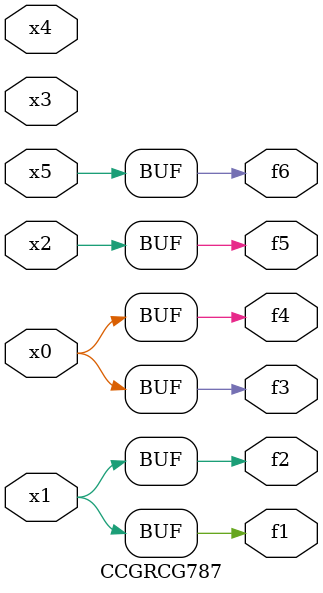
<source format=v>
module CCGRCG787(
	input x0, x1, x2, x3, x4, x5,
	output f1, f2, f3, f4, f5, f6
);
	assign f1 = x1;
	assign f2 = x1;
	assign f3 = x0;
	assign f4 = x0;
	assign f5 = x2;
	assign f6 = x5;
endmodule

</source>
